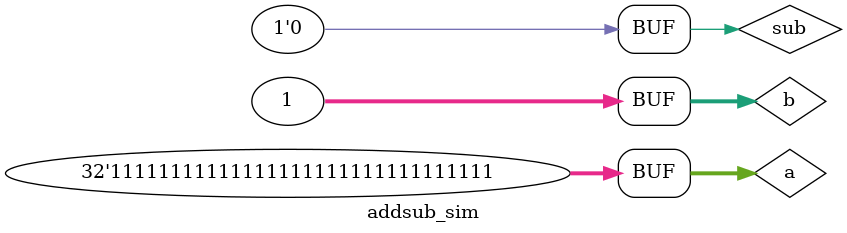
<source format=v>
`timescale 1ns / 1ps


module addsub_sim(    );

    reg [31:0] a = 32'd16;
    reg [31:0] b = 32'd12;
    reg sub = 0;
    
    wire [31:0] sum;
    wire cf;
    wire ovf;
    wire sf;
    wire zf;
    
    addsub #(32) U (a,b,sub,sum,cf,ovf,sf,zf);
    initial begin
    #200 sub = 1;
    #200 begin a = 32'h7f; b = 32'h2; sub = 0; end
    #200 begin a = 32'hff; b = 32'h2; sub = 0; end
    #200 begin a = 32'h7fffffff; b = 32'h2; sub = 0; end
    #200 begin a = 32'h16; b = 32'h17; sub = 1; end
    #200 begin a = 32'hffff; b = 32'h1; sub = 0; end
    #200 begin a = 32'hffffffff; b = 32'h1; sub = 0; end
    end
endmodule

</source>
